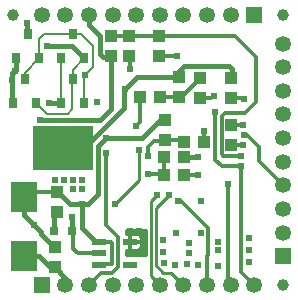
<source format=gbl>
G75*
G70*
%OFA0B0*%
%FSLAX24Y24*%
%IPPOS*%
%LPD*%
%AMOC8*
5,1,8,0,0,1.08239X$1,22.5*
%
%ADD10R,0.0394X0.0433*%
%ADD11R,0.0433X0.0394*%
%ADD12R,0.0310X0.0350*%
%ADD13R,0.0866X0.1024*%
%ADD14R,0.0315X0.0315*%
%ADD15R,0.0472X0.0236*%
%ADD16R,0.0530X0.0530*%
%ADD17C,0.0530*%
%ADD18R,0.2000X0.1500*%
%ADD19C,0.0394*%
%ADD20C,0.0120*%
%ADD21C,0.0240*%
%ADD22C,0.0160*%
%ADD23C,0.0100*%
%ADD24C,0.0080*%
%ADD25C,0.0140*%
%ADD26C,0.0200*%
D10*
X009524Y001225D03*
X009524Y001895D03*
X015404Y005295D03*
X015404Y005965D03*
X015404Y006845D03*
X014374Y006845D03*
X013654Y006895D03*
X013654Y007565D03*
X014374Y007515D03*
X015404Y007515D03*
X013004Y008245D03*
X013004Y008915D03*
X012004Y008915D03*
X011404Y008915D03*
X011404Y008245D03*
X012004Y008245D03*
X013204Y006115D03*
X013204Y005445D03*
D11*
X013839Y005390D03*
X014509Y005390D03*
X013839Y004880D03*
X013169Y004880D03*
X013169Y004280D03*
X013839Y004280D03*
X009604Y003715D03*
X009604Y003045D03*
X012369Y006880D03*
X013039Y006880D03*
D12*
X010494Y006680D03*
X009734Y006680D03*
X008894Y006680D03*
X008134Y006680D03*
X008514Y007480D03*
X008234Y008180D03*
X008994Y008180D03*
X009734Y008180D03*
X010494Y008180D03*
X010114Y007480D03*
X010114Y008980D03*
X008614Y008980D03*
D13*
X008504Y001596D03*
X008504Y003564D03*
D14*
X009509Y002430D03*
X010099Y002430D03*
D15*
X010990Y002054D03*
X010990Y001680D03*
X010990Y001306D03*
X012018Y001306D03*
X012018Y002054D03*
D16*
X009086Y000631D03*
X017130Y001588D03*
X016173Y009631D03*
D17*
X015386Y009631D03*
X014598Y009631D03*
X013811Y009631D03*
X013023Y009631D03*
X012236Y009631D03*
X011449Y009631D03*
X010661Y009631D03*
X009874Y009631D03*
X009086Y009631D03*
X017130Y008674D03*
X017130Y007887D03*
X017130Y007100D03*
X017130Y006312D03*
X017130Y005525D03*
X017130Y004737D03*
X017130Y003950D03*
X017130Y003163D03*
X017130Y002375D03*
X016173Y000631D03*
X015386Y000631D03*
X014598Y000631D03*
X013811Y000631D03*
X013023Y000631D03*
X012236Y000631D03*
X011449Y000631D03*
X010661Y000631D03*
X009874Y000631D03*
D18*
X009795Y005181D03*
D19*
X008130Y009631D03*
X017130Y009631D03*
X017130Y000631D03*
D20*
X016173Y000631D02*
X015730Y001074D01*
X015730Y004591D01*
X015110Y004591D01*
X014870Y004791D01*
X014870Y006391D01*
X015080Y006261D02*
X015080Y005011D01*
X015130Y004931D01*
X015730Y004931D01*
X016330Y004750D02*
X016330Y005231D01*
X015930Y005631D01*
X015830Y005631D01*
X015800Y005951D02*
X015786Y005965D01*
X015404Y005965D01*
X015080Y006261D02*
X015180Y006371D01*
X015870Y006371D01*
X016230Y006731D01*
X016230Y008231D01*
X015546Y008915D01*
X013004Y008915D01*
X012004Y008915D01*
X011404Y008915D01*
X012004Y008245D02*
X012030Y008245D01*
X012030Y007831D01*
X013004Y008245D02*
X013415Y008245D01*
X013600Y008251D01*
X014374Y007515D02*
X013755Y006895D01*
X013654Y006895D01*
X013639Y006880D01*
X013039Y006880D01*
X012369Y006880D02*
X012369Y006071D01*
X012230Y005931D01*
X012830Y005431D02*
X013190Y005431D01*
X013204Y005445D01*
X013804Y005445D01*
X013839Y005390D01*
X014509Y005390D02*
X014499Y005772D01*
X014500Y005771D01*
X015404Y005295D02*
X015764Y005295D01*
X015790Y005301D01*
X016330Y004750D02*
X017130Y003950D01*
X015287Y003989D02*
X015287Y000631D01*
X015386Y000631D01*
X014598Y000631D02*
X014580Y000650D01*
X014580Y001581D01*
X014638Y001640D01*
X014638Y002523D01*
X013730Y003431D01*
X013630Y003431D01*
X013839Y004280D02*
X014288Y004280D01*
X014290Y004281D01*
X013169Y004280D02*
X013169Y004880D01*
X012630Y004931D02*
X012630Y005231D01*
X012830Y005431D01*
X011230Y005031D02*
X011230Y002631D01*
X011630Y002231D01*
X011630Y001231D01*
X011430Y001031D01*
X011061Y001031D01*
X010661Y000631D01*
X010990Y001306D02*
X011015Y001331D01*
X011430Y001331D01*
X011430Y002031D01*
X011407Y002054D01*
X010990Y002054D01*
X010907Y002054D01*
X010990Y001680D02*
X010281Y001680D01*
X010130Y001831D01*
X010130Y002400D01*
X010099Y002430D01*
X011930Y002431D02*
X011930Y002332D01*
X012018Y002332D01*
X012018Y002054D01*
X012018Y002054D01*
X012018Y002332D01*
X012276Y002332D01*
X012316Y002321D01*
X012353Y002300D01*
X012383Y002270D01*
X012404Y002234D01*
X012414Y002193D01*
X012414Y002054D01*
X012019Y002054D01*
X012019Y002054D01*
X012414Y002054D01*
X012414Y001915D01*
X012404Y001874D01*
X012383Y001838D01*
X012353Y001808D01*
X012316Y001787D01*
X012276Y001776D01*
X012018Y001776D01*
X012018Y002053D01*
X012018Y002053D01*
X012018Y001776D01*
X011930Y001776D01*
X011930Y001631D01*
X012550Y001631D01*
X012550Y002431D01*
X011930Y002431D01*
X011930Y002383D02*
X012550Y002383D01*
X012550Y002265D02*
X012386Y002265D01*
X012414Y002146D02*
X012550Y002146D01*
X012550Y002028D02*
X012414Y002028D01*
X012413Y001909D02*
X012550Y001909D01*
X012550Y001791D02*
X012323Y001791D01*
X012550Y001672D02*
X011930Y001672D01*
X012018Y001791D02*
X012018Y001791D01*
X012018Y001909D02*
X012018Y001909D01*
X012018Y002028D02*
X012018Y002028D01*
X012018Y002146D02*
X012018Y002146D01*
X012018Y002265D02*
X012018Y002265D01*
X012630Y004331D02*
X013118Y004331D01*
X013169Y004280D01*
X014374Y006845D02*
X014744Y006845D01*
X014830Y006931D01*
X015404Y006845D02*
X015815Y006845D01*
X015830Y006831D01*
D21*
X015830Y006831D03*
X014830Y006931D03*
X014870Y006391D03*
X015800Y005951D03*
X015830Y005631D03*
X015790Y005301D03*
X015730Y004931D03*
X015730Y004591D03*
X015287Y003989D03*
X014290Y004281D03*
X014290Y004881D03*
X014500Y005771D03*
X012630Y004931D03*
X012330Y005131D03*
X011230Y005031D03*
X011230Y005531D03*
X012230Y005931D03*
X010930Y006731D03*
X011870Y007171D03*
X012030Y007831D03*
X010542Y007618D03*
X009324Y006680D03*
X009030Y006131D03*
X008100Y007451D03*
X008180Y007751D03*
X009254Y008580D03*
X008610Y009371D03*
X013600Y008251D03*
X012630Y004331D03*
X012930Y003631D03*
X013330Y003631D03*
X013630Y003431D03*
X014400Y003411D03*
X014380Y002371D03*
X014010Y002021D03*
X014000Y001691D03*
X013930Y001331D03*
X014310Y001291D03*
X014960Y001271D03*
X014960Y001801D03*
X014950Y002071D03*
X015980Y002201D03*
X015980Y001801D03*
X015980Y001401D03*
X013530Y001291D03*
X013170Y001351D03*
X013130Y001731D03*
X012480Y002051D03*
X012330Y001731D03*
X012030Y001731D03*
X013130Y002131D03*
X013570Y002371D03*
X012330Y002431D03*
X012030Y002431D03*
X011530Y003331D03*
X010430Y003331D03*
X010430Y003831D03*
X010130Y003831D03*
X010130Y004131D03*
X010430Y004131D03*
X009830Y004131D03*
X009530Y004131D03*
X010100Y002881D03*
X008830Y002631D03*
D22*
X008504Y002956D01*
X008504Y003564D01*
X009604Y003715D02*
X009646Y003715D01*
X010030Y003331D01*
X010430Y003331D01*
X010630Y003331D01*
X010950Y003651D01*
X010950Y005251D01*
X011230Y005531D01*
X012430Y005531D01*
X013013Y006115D01*
X013204Y006115D01*
X011830Y006531D02*
X010630Y005331D01*
X010579Y005319D01*
X010391Y005131D01*
X011030Y006131D02*
X009030Y006131D01*
X009324Y006680D02*
X009734Y006680D01*
X011030Y006131D02*
X011404Y006506D01*
X011404Y008245D01*
X011390Y008231D01*
X011130Y008231D01*
X011030Y008331D01*
X011030Y008931D01*
X010661Y009300D01*
X010661Y009631D01*
X010104Y008580D02*
X009254Y008580D01*
X008614Y008980D02*
X008610Y008984D01*
X008610Y009371D01*
X010104Y008580D02*
X010494Y008190D01*
X010494Y008180D01*
X011830Y007131D02*
X011870Y007171D01*
X012263Y007565D01*
X013654Y007565D01*
X013654Y007756D01*
X013830Y007931D01*
X015330Y007931D01*
X015430Y007831D01*
X015430Y007540D01*
X015404Y007515D01*
X011830Y007131D02*
X011830Y006531D01*
X013839Y004880D02*
X013840Y004881D01*
X014290Y004881D01*
X010430Y003331D02*
X010430Y002531D01*
X010907Y002054D01*
X010099Y002430D02*
X010099Y002881D01*
X010100Y002881D01*
X009604Y003045D02*
X009509Y003045D01*
X009509Y002430D01*
X009509Y002475D01*
X009054Y002406D02*
X009054Y002330D01*
X009554Y001830D01*
X008988Y001596D02*
X009439Y001145D01*
X009524Y001225D01*
X009874Y000876D01*
X009874Y000631D01*
X008988Y001596D02*
X008504Y001596D01*
X009054Y002406D02*
X008830Y002631D01*
X008134Y006680D02*
X008134Y006710D01*
X008104Y006680D02*
X008104Y007631D01*
X008104Y007680D01*
X008234Y007810D01*
X008234Y008180D01*
D23*
X008180Y007751D02*
X008180Y007706D01*
X008104Y007631D01*
X009795Y005181D02*
X010341Y005181D01*
X010391Y005131D01*
X012330Y005131D02*
X012330Y004131D01*
X011530Y003331D01*
X012720Y003421D02*
X012720Y000931D01*
X013023Y000637D01*
X013023Y000631D01*
X013130Y001031D02*
X013411Y001031D01*
X013811Y000631D01*
X013130Y001031D02*
X012890Y001281D01*
X012890Y003191D01*
X013330Y003631D01*
X012930Y003631D02*
X012720Y003421D01*
X008855Y003715D02*
X008504Y003564D01*
D24*
X009254Y006330D02*
X009954Y006330D01*
X010104Y006480D01*
X010104Y007480D01*
X010114Y007480D01*
X010114Y007790D01*
X010504Y008180D01*
X010494Y008180D01*
X010804Y007880D02*
X010804Y008580D01*
X010404Y008980D01*
X010114Y008980D01*
X009154Y008980D01*
X009004Y008830D01*
X009004Y008180D01*
X008514Y007690D01*
X008514Y007480D01*
X008994Y008180D02*
X009004Y008180D01*
X009704Y008230D02*
X009734Y008200D01*
X009734Y008180D01*
X009734Y006680D01*
X009254Y006330D02*
X008904Y006680D01*
X008894Y006680D01*
X008134Y006680D02*
X008104Y006680D01*
X010494Y006680D02*
X010494Y007570D01*
X010542Y007618D01*
X010804Y007880D01*
D25*
X009604Y003715D02*
X008855Y003715D01*
X010990Y001306D02*
X011016Y001280D01*
D26*
X009569Y001815D02*
X009524Y001895D01*
X009554Y001830D02*
X009569Y001815D01*
M02*

</source>
